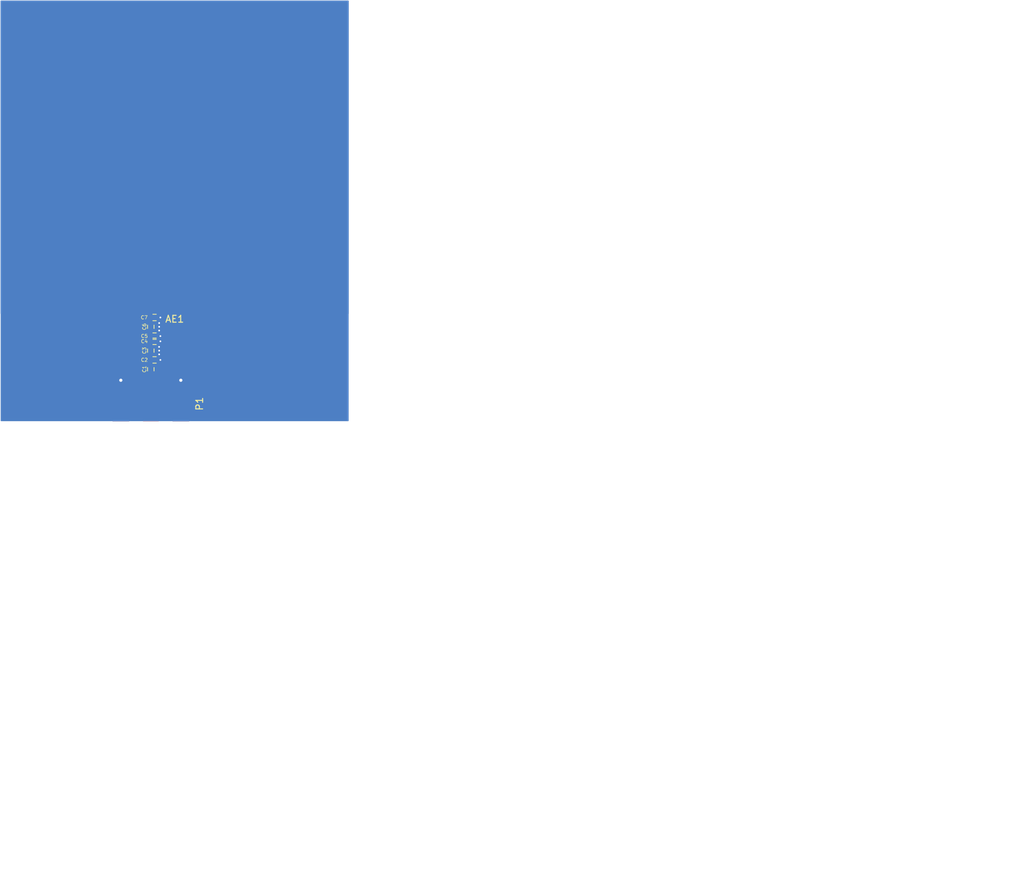
<source format=kicad_pcb>
(kicad_pcb (version 4) (host pcbnew 4.0.5)

  (general
    (links 28)
    (no_connects 0)
    (area 123.063 64.376 272.295714 194.39)
    (thickness 1.6)
    (drawings 7)
    (tracks 18)
    (zones 0)
    (modules 19)
    (nets 6)
  )

  (page A4)
  (layers
    (0 F.Cu signal)
    (31 B.Cu signal)
    (32 B.Adhes user hide)
    (33 F.Adhes user hide)
    (34 B.Paste user hide)
    (35 F.Paste user hide)
    (36 B.SilkS user)
    (37 F.SilkS user)
    (38 B.Mask user)
    (39 F.Mask user)
    (40 Dwgs.User user)
    (41 Cmts.User user)
    (42 Eco1.User user)
    (43 Eco2.User user)
    (44 Edge.Cuts user)
    (45 Margin user)
    (46 B.CrtYd user)
    (47 F.CrtYd user)
    (48 B.Fab user hide)
    (49 F.Fab user hide)
  )

  (setup
    (last_trace_width 0.508)
    (trace_clearance 0.127)
    (zone_clearance 0.1397)
    (zone_45_only yes)
    (trace_min 0.127)
    (segment_width 0.2)
    (edge_width 0.15)
    (via_size 0.508)
    (via_drill 0.254)
    (via_min_size 0.254)
    (via_min_drill 0.254)
    (uvia_size 0.3)
    (uvia_drill 0.1)
    (uvias_allowed no)
    (uvia_min_size 0.2)
    (uvia_min_drill 0.1)
    (pcb_text_width 0.3)
    (pcb_text_size 1.5 1.5)
    (mod_edge_width 0.15)
    (mod_text_size 1 1)
    (mod_text_width 0.15)
    (pad_size 0.356 0.356)
    (pad_drill 0.254)
    (pad_to_mask_clearance 0.2)
    (aux_axis_origin 123.19 127.4318)
    (visible_elements 7FFEFF7F)
    (pcbplotparams
      (layerselection 0x000f0_80000001)
      (usegerberextensions false)
      (excludeedgelayer true)
      (linewidth 0.025400)
      (plotframeref false)
      (viasonmask false)
      (mode 1)
      (useauxorigin true)
      (hpglpennumber 1)
      (hpglpenspeed 20)
      (hpglpendiameter 15)
      (hpglpenoverlay 2)
      (psnegative false)
      (psa4output false)
      (plotreference true)
      (plotvalue true)
      (plotinvisibletext false)
      (padsonsilk false)
      (subtractmaskfromsilk false)
      (outputformat 1)
      (mirror false)
      (drillshape 0)
      (scaleselection 1)
      (outputdirectory artwork/))
  )

  (net 0 "")
  (net 1 GND)
  (net 2 /SIG)
  (net 3 "Net-(C1-Pad1)")
  (net 4 "Net-(C1-Pad2)")
  (net 5 "Net-(C3-Pad2)")

  (net_class Default "This is the default net class."
    (clearance 0.127)
    (trace_width 0.508)
    (via_dia 0.508)
    (via_drill 0.254)
    (uvia_dia 0.3)
    (uvia_drill 0.1)
    (add_net /SIG)
    (add_net GND)
    (add_net "Net-(C1-Pad1)")
    (add_net "Net-(C1-Pad2)")
    (add_net "Net-(C3-Pad2)")
  )

  (module Capacitors_SMD:C_0402 (layer F.Cu) (tedit 58E4920E) (tstamp 58E48F99)
    (at 145.6563 115.0112)
    (descr "Capacitor SMD 0402, reflow soldering, AVX (see smccp.pdf)")
    (tags "capacitor 0402")
    (path /58E5875E)
    (attr smd)
    (fp_text reference C5 (at -1.4859 0) (layer F.SilkS)
      (effects (font (size 0.508 0.508) (thickness 0.0762)))
    )
    (fp_text value C_Small (at 0 1.27) (layer F.Fab)
      (effects (font (size 1 1) (thickness 0.15)))
    )
    (fp_text user %R (at 0 -1.27) (layer F.Fab)
      (effects (font (size 1 1) (thickness 0.15)))
    )
    (fp_line (start -0.5 0.25) (end -0.5 -0.25) (layer F.Fab) (width 0.1))
    (fp_line (start 0.5 0.25) (end -0.5 0.25) (layer F.Fab) (width 0.1))
    (fp_line (start 0.5 -0.25) (end 0.5 0.25) (layer F.Fab) (width 0.1))
    (fp_line (start -0.5 -0.25) (end 0.5 -0.25) (layer F.Fab) (width 0.1))
    (fp_line (start 0.25 -0.47) (end -0.25 -0.47) (layer F.SilkS) (width 0.12))
    (fp_line (start -0.25 0.47) (end 0.25 0.47) (layer F.SilkS) (width 0.12))
    (fp_line (start -1 -0.4) (end 1 -0.4) (layer F.CrtYd) (width 0.05))
    (fp_line (start -1 -0.4) (end -1 0.4) (layer F.CrtYd) (width 0.05))
    (fp_line (start 1 0.4) (end 1 -0.4) (layer F.CrtYd) (width 0.05))
    (fp_line (start 1 0.4) (end -1 0.4) (layer F.CrtYd) (width 0.05))
    (pad 1 smd rect (at -0.55 0) (size 0.6 0.5) (layers F.Cu F.Paste F.Mask)
      (net 5 "Net-(C3-Pad2)"))
    (pad 2 smd rect (at 0.55 0) (size 0.6 0.5) (layers F.Cu F.Paste F.Mask)
      (net 1 GND))
    (model Capacitors_SMD.3dshapes/C_0402.wrl
      (at (xyz 0 0 0))
      (scale (xyz 1 1 1))
      (rotate (xyz 0 0 0))
    )
  )

  (module Antennas:Patch_Antenna_2.4GHz (layer F.Cu) (tedit 58E48850) (tstamp 58E48F7B)
    (at 148.59 88.9)
    (descr "2.4GHz Patch Antenna")
    (tags "antenna patch 2.4")
    (path /58E57C0B)
    (fp_text reference AE1 (at 0 23.622) (layer F.SilkS)
      (effects (font (size 1 1) (thickness 0.15)))
    )
    (fp_text value Antenna_Shield (at 0 -23.622) (layer F.Fab)
      (effects (font (size 1 1) (thickness 0.15)))
    )
    (pad 2 smd rect (at 0 0) (size 50.8 45.72) (layers B.Cu)
      (net 1 GND))
    (pad 1 smd rect (at 0 0) (size 34.925 30.48) (layers F.Cu)
      (net 2 /SIG))
  )

  (module Capacitors_SMD:C_0402 (layer F.Cu) (tedit 58E49238) (tstamp 58E48F81)
    (at 145.1102 119.8499 90)
    (descr "Capacitor SMD 0402, reflow soldering, AVX (see smccp.pdf)")
    (tags "capacitor 0402")
    (path /58E58397)
    (attr smd)
    (fp_text reference C1 (at 0.0127 -0.9398 90) (layer F.SilkS)
      (effects (font (size 0.508 0.508) (thickness 0.0762)))
    )
    (fp_text value C_Small (at 0 1.27 90) (layer F.Fab)
      (effects (font (size 1 1) (thickness 0.15)))
    )
    (fp_text user %R (at 0 -1.27 90) (layer F.Fab)
      (effects (font (size 1 1) (thickness 0.15)))
    )
    (fp_line (start -0.5 0.25) (end -0.5 -0.25) (layer F.Fab) (width 0.1))
    (fp_line (start 0.5 0.25) (end -0.5 0.25) (layer F.Fab) (width 0.1))
    (fp_line (start 0.5 -0.25) (end 0.5 0.25) (layer F.Fab) (width 0.1))
    (fp_line (start -0.5 -0.25) (end 0.5 -0.25) (layer F.Fab) (width 0.1))
    (fp_line (start 0.25 -0.47) (end -0.25 -0.47) (layer F.SilkS) (width 0.12))
    (fp_line (start -0.25 0.47) (end 0.25 0.47) (layer F.SilkS) (width 0.12))
    (fp_line (start -1 -0.4) (end 1 -0.4) (layer F.CrtYd) (width 0.05))
    (fp_line (start -1 -0.4) (end -1 0.4) (layer F.CrtYd) (width 0.05))
    (fp_line (start 1 0.4) (end 1 -0.4) (layer F.CrtYd) (width 0.05))
    (fp_line (start 1 0.4) (end -1 0.4) (layer F.CrtYd) (width 0.05))
    (pad 1 smd rect (at -0.55 0 90) (size 0.6 0.5) (layers F.Cu F.Paste F.Mask)
      (net 3 "Net-(C1-Pad1)"))
    (pad 2 smd rect (at 0.55 0 90) (size 0.6 0.5) (layers F.Cu F.Paste F.Mask)
      (net 4 "Net-(C1-Pad2)"))
    (model Capacitors_SMD.3dshapes/C_0402.wrl
      (at (xyz 0 0 0))
      (scale (xyz 1 1 1))
      (rotate (xyz 0 0 0))
    )
  )

  (module Capacitors_SMD:C_0402 (layer F.Cu) (tedit 58E49231) (tstamp 58E48F87)
    (at 145.6563 118.491)
    (descr "Capacitor SMD 0402, reflow soldering, AVX (see smccp.pdf)")
    (tags "capacitor 0402")
    (path /58E583D2)
    (attr smd)
    (fp_text reference C2 (at -1.4859 0) (layer F.SilkS)
      (effects (font (size 0.508 0.508) (thickness 0.0762)))
    )
    (fp_text value C_Small (at 0 1.27) (layer F.Fab)
      (effects (font (size 1 1) (thickness 0.15)))
    )
    (fp_text user %R (at 0 -1.27) (layer F.Fab)
      (effects (font (size 1 1) (thickness 0.15)))
    )
    (fp_line (start -0.5 0.25) (end -0.5 -0.25) (layer F.Fab) (width 0.1))
    (fp_line (start 0.5 0.25) (end -0.5 0.25) (layer F.Fab) (width 0.1))
    (fp_line (start 0.5 -0.25) (end 0.5 0.25) (layer F.Fab) (width 0.1))
    (fp_line (start -0.5 -0.25) (end 0.5 -0.25) (layer F.Fab) (width 0.1))
    (fp_line (start 0.25 -0.47) (end -0.25 -0.47) (layer F.SilkS) (width 0.12))
    (fp_line (start -0.25 0.47) (end 0.25 0.47) (layer F.SilkS) (width 0.12))
    (fp_line (start -1 -0.4) (end 1 -0.4) (layer F.CrtYd) (width 0.05))
    (fp_line (start -1 -0.4) (end -1 0.4) (layer F.CrtYd) (width 0.05))
    (fp_line (start 1 0.4) (end 1 -0.4) (layer F.CrtYd) (width 0.05))
    (fp_line (start 1 0.4) (end -1 0.4) (layer F.CrtYd) (width 0.05))
    (pad 1 smd rect (at -0.55 0) (size 0.6 0.5) (layers F.Cu F.Paste F.Mask)
      (net 4 "Net-(C1-Pad2)"))
    (pad 2 smd rect (at 0.55 0) (size 0.6 0.5) (layers F.Cu F.Paste F.Mask)
      (net 1 GND))
    (model Capacitors_SMD.3dshapes/C_0402.wrl
      (at (xyz 0 0 0))
      (scale (xyz 1 1 1))
      (rotate (xyz 0 0 0))
    )
  )

  (module Capacitors_SMD:C_0402 (layer F.Cu) (tedit 58E4922B) (tstamp 58E48F8D)
    (at 145.1102 117.1321 90)
    (descr "Capacitor SMD 0402, reflow soldering, AVX (see smccp.pdf)")
    (tags "capacitor 0402")
    (path /58E58447)
    (attr smd)
    (fp_text reference C3 (at 0.0127 -0.9398 90) (layer F.SilkS)
      (effects (font (size 0.508 0.508) (thickness 0.0762)))
    )
    (fp_text value C_Small (at 0 1.27 90) (layer F.Fab)
      (effects (font (size 1 1) (thickness 0.15)))
    )
    (fp_text user %R (at 0 -1.27 90) (layer F.Fab)
      (effects (font (size 1 1) (thickness 0.15)))
    )
    (fp_line (start -0.5 0.25) (end -0.5 -0.25) (layer F.Fab) (width 0.1))
    (fp_line (start 0.5 0.25) (end -0.5 0.25) (layer F.Fab) (width 0.1))
    (fp_line (start 0.5 -0.25) (end 0.5 0.25) (layer F.Fab) (width 0.1))
    (fp_line (start -0.5 -0.25) (end 0.5 -0.25) (layer F.Fab) (width 0.1))
    (fp_line (start 0.25 -0.47) (end -0.25 -0.47) (layer F.SilkS) (width 0.12))
    (fp_line (start -0.25 0.47) (end 0.25 0.47) (layer F.SilkS) (width 0.12))
    (fp_line (start -1 -0.4) (end 1 -0.4) (layer F.CrtYd) (width 0.05))
    (fp_line (start -1 -0.4) (end -1 0.4) (layer F.CrtYd) (width 0.05))
    (fp_line (start 1 0.4) (end 1 -0.4) (layer F.CrtYd) (width 0.05))
    (fp_line (start 1 0.4) (end -1 0.4) (layer F.CrtYd) (width 0.05))
    (pad 1 smd rect (at -0.55 0 90) (size 0.6 0.5) (layers F.Cu F.Paste F.Mask)
      (net 4 "Net-(C1-Pad2)"))
    (pad 2 smd rect (at 0.55 0 90) (size 0.6 0.5) (layers F.Cu F.Paste F.Mask)
      (net 5 "Net-(C3-Pad2)"))
    (model Capacitors_SMD.3dshapes/C_0402.wrl
      (at (xyz 0 0 0))
      (scale (xyz 1 1 1))
      (rotate (xyz 0 0 0))
    )
  )

  (module Capacitors_SMD:C_0402 (layer F.Cu) (tedit 58E49220) (tstamp 58E48F93)
    (at 145.6563 115.7732)
    (descr "Capacitor SMD 0402, reflow soldering, AVX (see smccp.pdf)")
    (tags "capacitor 0402")
    (path /58E585FB)
    (attr smd)
    (fp_text reference C4 (at -1.4859 0) (layer F.SilkS)
      (effects (font (size 0.508 0.508) (thickness 0.0762)))
    )
    (fp_text value C_Small (at 0 1.27) (layer F.Fab)
      (effects (font (size 1 1) (thickness 0.15)))
    )
    (fp_text user %R (at 0 -1.27) (layer F.Fab)
      (effects (font (size 1 1) (thickness 0.15)))
    )
    (fp_line (start -0.5 0.25) (end -0.5 -0.25) (layer F.Fab) (width 0.1))
    (fp_line (start 0.5 0.25) (end -0.5 0.25) (layer F.Fab) (width 0.1))
    (fp_line (start 0.5 -0.25) (end 0.5 0.25) (layer F.Fab) (width 0.1))
    (fp_line (start -0.5 -0.25) (end 0.5 -0.25) (layer F.Fab) (width 0.1))
    (fp_line (start 0.25 -0.47) (end -0.25 -0.47) (layer F.SilkS) (width 0.12))
    (fp_line (start -0.25 0.47) (end 0.25 0.47) (layer F.SilkS) (width 0.12))
    (fp_line (start -1 -0.4) (end 1 -0.4) (layer F.CrtYd) (width 0.05))
    (fp_line (start -1 -0.4) (end -1 0.4) (layer F.CrtYd) (width 0.05))
    (fp_line (start 1 0.4) (end 1 -0.4) (layer F.CrtYd) (width 0.05))
    (fp_line (start 1 0.4) (end -1 0.4) (layer F.CrtYd) (width 0.05))
    (pad 1 smd rect (at -0.55 0) (size 0.6 0.5) (layers F.Cu F.Paste F.Mask)
      (net 5 "Net-(C3-Pad2)"))
    (pad 2 smd rect (at 0.55 0) (size 0.6 0.5) (layers F.Cu F.Paste F.Mask)
      (net 1 GND))
    (model Capacitors_SMD.3dshapes/C_0402.wrl
      (at (xyz 0 0 0))
      (scale (xyz 1 1 1))
      (rotate (xyz 0 0 0))
    )
  )

  (module Capacitors_SMD:C_0402 (layer F.Cu) (tedit 58E49219) (tstamp 58E48F9F)
    (at 145.1102 113.6523 90)
    (descr "Capacitor SMD 0402, reflow soldering, AVX (see smccp.pdf)")
    (tags "capacitor 0402")
    (path /58E58764)
    (attr smd)
    (fp_text reference C6 (at 0.0127 -0.9398 90) (layer F.SilkS)
      (effects (font (size 0.508 0.508) (thickness 0.0762)))
    )
    (fp_text value C_Small (at 0 1.27 90) (layer F.Fab)
      (effects (font (size 1 1) (thickness 0.15)))
    )
    (fp_text user %R (at 0 -1.27 90) (layer F.Fab)
      (effects (font (size 1 1) (thickness 0.15)))
    )
    (fp_line (start -0.5 0.25) (end -0.5 -0.25) (layer F.Fab) (width 0.1))
    (fp_line (start 0.5 0.25) (end -0.5 0.25) (layer F.Fab) (width 0.1))
    (fp_line (start 0.5 -0.25) (end 0.5 0.25) (layer F.Fab) (width 0.1))
    (fp_line (start -0.5 -0.25) (end 0.5 -0.25) (layer F.Fab) (width 0.1))
    (fp_line (start 0.25 -0.47) (end -0.25 -0.47) (layer F.SilkS) (width 0.12))
    (fp_line (start -0.25 0.47) (end 0.25 0.47) (layer F.SilkS) (width 0.12))
    (fp_line (start -1 -0.4) (end 1 -0.4) (layer F.CrtYd) (width 0.05))
    (fp_line (start -1 -0.4) (end -1 0.4) (layer F.CrtYd) (width 0.05))
    (fp_line (start 1 0.4) (end 1 -0.4) (layer F.CrtYd) (width 0.05))
    (fp_line (start 1 0.4) (end -1 0.4) (layer F.CrtYd) (width 0.05))
    (pad 1 smd rect (at -0.55 0 90) (size 0.6 0.5) (layers F.Cu F.Paste F.Mask)
      (net 5 "Net-(C3-Pad2)"))
    (pad 2 smd rect (at 0.55 0 90) (size 0.6 0.5) (layers F.Cu F.Paste F.Mask)
      (net 2 /SIG))
    (model Capacitors_SMD.3dshapes/C_0402.wrl
      (at (xyz 0 0 0))
      (scale (xyz 1 1 1))
      (rotate (xyz 0 0 0))
    )
  )

  (module Capacitors_SMD:C_0402 (layer F.Cu) (tedit 58E491FF) (tstamp 58E48FA5)
    (at 145.6563 112.2934)
    (descr "Capacitor SMD 0402, reflow soldering, AVX (see smccp.pdf)")
    (tags "capacitor 0402")
    (path /58E5876A)
    (attr smd)
    (fp_text reference C7 (at -1.5113 0) (layer F.SilkS)
      (effects (font (size 0.508 0.508) (thickness 0.0762)))
    )
    (fp_text value C_Small (at 0 1.27) (layer F.Fab)
      (effects (font (size 1 1) (thickness 0.15)))
    )
    (fp_text user %R (at 0 -1.27) (layer F.Fab)
      (effects (font (size 1 1) (thickness 0.15)))
    )
    (fp_line (start -0.5 0.25) (end -0.5 -0.25) (layer F.Fab) (width 0.1))
    (fp_line (start 0.5 0.25) (end -0.5 0.25) (layer F.Fab) (width 0.1))
    (fp_line (start 0.5 -0.25) (end 0.5 0.25) (layer F.Fab) (width 0.1))
    (fp_line (start -0.5 -0.25) (end 0.5 -0.25) (layer F.Fab) (width 0.1))
    (fp_line (start 0.25 -0.47) (end -0.25 -0.47) (layer F.SilkS) (width 0.12))
    (fp_line (start -0.25 0.47) (end 0.25 0.47) (layer F.SilkS) (width 0.12))
    (fp_line (start -1 -0.4) (end 1 -0.4) (layer F.CrtYd) (width 0.05))
    (fp_line (start -1 -0.4) (end -1 0.4) (layer F.CrtYd) (width 0.05))
    (fp_line (start 1 0.4) (end 1 -0.4) (layer F.CrtYd) (width 0.05))
    (fp_line (start 1 0.4) (end -1 0.4) (layer F.CrtYd) (width 0.05))
    (pad 1 smd rect (at -0.55 0) (size 0.6 0.5) (layers F.Cu F.Paste F.Mask)
      (net 2 /SIG))
    (pad 2 smd rect (at 0.55 0) (size 0.6 0.5) (layers F.Cu F.Paste F.Mask)
      (net 1 GND))
    (model Capacitors_SMD.3dshapes/C_0402.wrl
      (at (xyz 0 0 0))
      (scale (xyz 1 1 1))
      (rotate (xyz 0 0 0))
    )
  )

  (module Misc:Molex_SMA_Jack_Edge_Mount (layer F.Cu) (tedit 58CB59F0) (tstamp 58E48FC6)
    (at 145.1102 123.1773 90)
    (descr http://www.molex.com/pdm_docs/sd/732511150_sd.pdf)
    (tags "Molex SMA Edge")
    (path /58A4C75B)
    (attr smd)
    (fp_text reference P1 (at -1.72 7.11 90) (layer F.SilkS)
      (effects (font (size 1 1) (thickness 0.15)))
    )
    (fp_text value SMA (at -1.72 -7.11 90) (layer F.Fab)
      (effects (font (size 1 1) (thickness 0.15)))
    )
    (fp_line (start -4.76 -0.38) (end 0.49 -0.38) (layer F.Fab) (width 0.1))
    (fp_line (start -4.76 0.38) (end 0.49 0.38) (layer F.Fab) (width 0.1))
    (fp_line (start 0.49 -0.38) (end 0.49 0.38) (layer F.Fab) (width 0.1))
    (fp_line (start 0.49 3.75) (end 0.49 4.76) (layer F.Fab) (width 0.1))
    (fp_line (start 0.49 -4.76) (end 0.49 -3.75) (layer F.Fab) (width 0.1))
    (fp_line (start -14.29 -6.09) (end -14.29 6.09) (layer F.CrtYd) (width 0.05))
    (fp_line (start -14.29 6.09) (end 2.71 6.09) (layer F.CrtYd) (width 0.05))
    (fp_line (start 2.71 -6.09) (end 2.71 6.09) (layer B.CrtYd) (width 0.05))
    (fp_line (start -14.29 -6.09) (end 2.71 -6.09) (layer B.CrtYd) (width 0.05))
    (fp_line (start -14.29 -6.09) (end -14.29 6.09) (layer B.CrtYd) (width 0.05))
    (fp_line (start -14.29 6.09) (end 2.71 6.09) (layer B.CrtYd) (width 0.05))
    (fp_line (start 2.71 -6.09) (end 2.71 6.09) (layer F.CrtYd) (width 0.05))
    (fp_line (start 2.71 -6.09) (end -14.29 -6.09) (layer F.CrtYd) (width 0.05))
    (fp_line (start -4.76 -3.75) (end 0.49 -3.75) (layer F.Fab) (width 0.1))
    (fp_line (start -4.76 3.75) (end 0.49 3.75) (layer F.Fab) (width 0.1))
    (fp_line (start -13.79 -2.65) (end -5.91 -2.65) (layer F.Fab) (width 0.1))
    (fp_line (start -13.79 -2.65) (end -13.79 2.65) (layer F.Fab) (width 0.1))
    (fp_line (start -13.79 2.65) (end -5.91 2.65) (layer F.Fab) (width 0.1))
    (fp_line (start -4.76 -3.75) (end -4.76 3.75) (layer F.Fab) (width 0.1))
    (fp_line (start 0.49 -4.76) (end -5.91 -4.76) (layer F.Fab) (width 0.1))
    (fp_line (start -5.91 -4.76) (end -5.91 4.76) (layer F.Fab) (width 0.1))
    (fp_line (start -5.91 4.76) (end 0.49 4.76) (layer F.Fab) (width 0.1))
    (pad 1 smd rect (at -1.72 0 90) (size 5.08 2.29) (layers F.Cu F.Paste F.Mask)
      (net 3 "Net-(C1-Pad1)"))
    (pad 2 smd rect (at -1.02 -4.38 90) (size 6.48 2.42) (layers F.Cu F.Paste F.Mask)
      (net 1 GND))
    (pad 2 smd rect (at -1.02 4.38 90) (size 6.48 2.42) (layers F.Cu F.Paste F.Mask)
      (net 1 GND))
    (pad 2 smd rect (at -1.02 -4.38 90) (size 6.48 2.42) (layers B.Cu B.Paste B.Mask)
      (net 1 GND))
    (pad 2 smd rect (at -1.02 4.38 90) (size 6.48 2.42) (layers B.Cu B.Paste B.Mask)
      (net 1 GND))
    (pad 2 thru_hole circle (at 1.72 -4.38 90) (size 0.97 0.97) (drill 0.46) (layers *.Cu)
      (net 1 GND) (zone_connect 2))
    (pad 2 thru_hole circle (at 1.72 4.38 90) (size 0.97 0.97) (drill 0.46) (layers *.Cu)
      (net 1 GND) (zone_connect 2))
  )

  (module Misc:Via_Stitch_Dia0.508mm_Drill0.254mm (layer F.Cu) (tedit 58E4981E) (tstamp 58E49944)
    (at 146.5072 112.2934)
    (fp_text reference REF** (at 0 0.889) (layer F.SilkS) hide
      (effects (font (size 1 1) (thickness 0.15)))
    )
    (fp_text value Via_Stitch_Dia0.508mm_Drill0.254mm (at 0 -0.889) (layer F.Fab)
      (effects (font (size 1 1) (thickness 0.15)))
    )
    (pad 1 thru_hole circle (at 0 0) (size 0.508 0.508) (drill 0.254) (layers *.Cu)
      (net 1 GND) (zone_connect 2))
  )

  (module Misc:Via_Stitch_Dia0.508mm_Drill0.254mm (layer F.Cu) (tedit 58E49816) (tstamp 58E49956)
    (at 146.5072 115.7732)
    (fp_text reference REF** (at 0 0.889) (layer F.SilkS) hide
      (effects (font (size 1 1) (thickness 0.15)))
    )
    (fp_text value Via_Stitch_Dia0.508mm_Drill0.254mm (at 0 -0.889) (layer F.Fab)
      (effects (font (size 1 1) (thickness 0.15)))
    )
    (pad 1 thru_hole circle (at 0 0) (size 0.508 0.508) (drill 0.254) (layers *.Cu)
      (net 1 GND) (zone_connect 2))
  )

  (module Misc:Via_Stitch_Dia0.508mm_Drill0.254mm (layer F.Cu) (tedit 58E4981A) (tstamp 58E49961)
    (at 146.5072 115.0112)
    (fp_text reference REF** (at 0 0.889) (layer F.SilkS) hide
      (effects (font (size 1 1) (thickness 0.15)))
    )
    (fp_text value Via_Stitch_Dia0.508mm_Drill0.254mm (at 0 -0.889) (layer F.Fab)
      (effects (font (size 1 1) (thickness 0.15)))
    )
    (pad 1 thru_hole circle (at 0 0) (size 0.508 0.508) (drill 0.254) (layers *.Cu)
      (net 1 GND) (zone_connect 2))
  )

  (module Misc:Via_Stitch_Dia0.508mm_Drill0.254mm (layer F.Cu) (tedit 58E497E4) (tstamp 58E4996A)
    (at 146.5072 118.491)
    (fp_text reference REF** (at 0 0.889) (layer F.SilkS) hide
      (effects (font (size 1 1) (thickness 0.15)))
    )
    (fp_text value Via_Stitch_Dia0.508mm_Drill0.254mm (at 0 -0.889) (layer F.Fab)
      (effects (font (size 1 1) (thickness 0.15)))
    )
    (pad 1 thru_hole circle (at 0 0) (size 0.508 0.508) (drill 0.254) (layers *.Cu)
      (net 1 GND) (zone_connect 2))
  )

  (module Misc:Via_Stitch_Dia0.356mm_Drill0.254mm (layer F.Cu) (tedit 58E49905) (tstamp 58E499B5)
    (at 146.3294 113.1062)
    (fp_text reference REF** (at 0 0.889) (layer F.SilkS) hide
      (effects (font (size 1 1) (thickness 0.15)))
    )
    (fp_text value Via_Stitch_Dia0.356mm_Drill0.254mm (at 0 -0.889) (layer F.Fab)
      (effects (font (size 1 1) (thickness 0.15)))
    )
    (pad 1 thru_hole circle (at 0 0) (size 0.356 0.356) (drill 0.254) (layers *.Cu)
      (net 1 GND) (zone_connect 2))
  )

  (module Misc:Via_Stitch_Dia0.356mm_Drill0.254mm (layer F.Cu) (tedit 58E4990C) (tstamp 58E499BE)
    (at 146.3294 114.1984)
    (fp_text reference REF** (at 0 0.889) (layer F.SilkS) hide
      (effects (font (size 1 1) (thickness 0.15)))
    )
    (fp_text value Via_Stitch_Dia0.356mm_Drill0.254mm (at 0 -0.889) (layer F.Fab)
      (effects (font (size 1 1) (thickness 0.15)))
    )
    (pad 1 thru_hole circle (at 0 0) (size 0.356 0.356) (drill 0.254) (layers *.Cu)
      (net 1 GND) (zone_connect 2))
  )

  (module Misc:Via_Stitch_Dia0.356mm_Drill0.254mm (layer F.Cu) (tedit 58E4990A) (tstamp 58E499E1)
    (at 146.3294 113.6523)
    (fp_text reference REF** (at 0 0.889) (layer F.SilkS) hide
      (effects (font (size 1 1) (thickness 0.15)))
    )
    (fp_text value Via_Stitch_Dia0.356mm_Drill0.254mm (at 0 -0.889) (layer F.Fab)
      (effects (font (size 1 1) (thickness 0.15)))
    )
    (pad 1 thru_hole circle (at 0 0) (size 0.356 0.356) (drill 0.254) (layers *.Cu)
      (net 1 GND) (zone_connect 2))
  )

  (module Misc:Via_Stitch_Dia0.356mm_Drill0.254mm (layer F.Cu) (tedit 58E49997) (tstamp 58E499FA)
    (at 146.3167 116.586)
    (fp_text reference REF** (at 0 0.889) (layer F.SilkS) hide
      (effects (font (size 1 1) (thickness 0.15)))
    )
    (fp_text value Via_Stitch_Dia0.356mm_Drill0.254mm (at 0 -0.889) (layer F.Fab)
      (effects (font (size 1 1) (thickness 0.15)))
    )
    (pad 1 thru_hole circle (at 0 0) (size 0.356 0.356) (drill 0.254) (layers *.Cu)
      (net 1 GND) (zone_connect 2))
  )

  (module Misc:Via_Stitch_Dia0.356mm_Drill0.254mm (layer F.Cu) (tedit 58E49994) (tstamp 58E49A03)
    (at 146.3294 117.6782)
    (fp_text reference REF** (at 0 0.889) (layer F.SilkS) hide
      (effects (font (size 1 1) (thickness 0.15)))
    )
    (fp_text value Via_Stitch_Dia0.356mm_Drill0.254mm (at 0 -0.889) (layer F.Fab)
      (effects (font (size 1 1) (thickness 0.15)))
    )
    (pad 1 thru_hole circle (at 0 0) (size 0.356 0.356) (drill 0.254) (layers *.Cu)
      (net 1 GND) (zone_connect 2))
  )

  (module Misc:Via_Stitch_Dia0.356mm_Drill0.254mm (layer F.Cu) (tedit 58E49990) (tstamp 58E49A1D)
    (at 146.3294 117.1321)
    (fp_text reference REF** (at 0 0.889) (layer F.SilkS) hide
      (effects (font (size 1 1) (thickness 0.15)))
    )
    (fp_text value Via_Stitch_Dia0.356mm_Drill0.254mm (at 0 -0.889) (layer F.Fab)
      (effects (font (size 1 1) (thickness 0.15)))
    )
    (pad 1 thru_hole circle (at 0 0) (size 0.356 0.356) (drill 0.254) (layers *.Cu)
      (net 1 GND) (zone_connect 2))
  )

  (gr_line (start 123.19 127.4318) (end 123.19 66.04) (angle 90) (layer Margin) (width 0.2))
  (gr_line (start 173.99 127.4318) (end 123.19 127.4318) (angle 90) (layer Margin) (width 0.2))
  (gr_line (start 173.99 66.04) (end 173.99 127.4318) (angle 90) (layer Margin) (width 0.2))
  (gr_line (start 123.19 66.04) (end 173.99 66.04) (angle 90) (layer Margin) (width 0.2))
  (gr_text 0.1 (at 270.51 193.04) (layer Cmts.User)
    (effects (font (size 1.5 1.5) (thickness 0.3)))
  )
  (gr_text "April 4, 2017" (at 214.63 193.04) (layer Cmts.User)
    (effects (font (size 1.5 1.5) (thickness 0.3)))
  )
  (gr_text "Patch Match Test Board" (at 200.66 189.23) (layer Cmts.User)
    (effects (font (size 1.5 1.5) (thickness 0.3)))
  )

  (segment (start 146.2063 112.2934) (end 146.5072 112.2934) (width 0.508) (layer F.Cu) (net 1))
  (segment (start 146.2063 118.491) (end 146.5072 118.491) (width 0.508) (layer F.Cu) (net 1))
  (segment (start 146.2063 115.7732) (end 146.5072 115.7732) (width 0.508) (layer F.Cu) (net 1))
  (segment (start 146.2063 115.0112) (end 146.5072 115.0112) (width 0.508) (layer F.Cu) (net 1))
  (segment (start 145.1063 112.2934) (end 145.1063 92.3837) (width 0.508) (layer F.Cu) (net 2))
  (segment (start 145.1063 92.3837) (end 148.59 88.9) (width 0.508) (layer F.Cu) (net 2) (tstamp 58E49580))
  (segment (start 145.1063 112.2934) (end 145.1063 113.0984) (width 0.508) (layer F.Cu) (net 2))
  (segment (start 145.1063 113.0984) (end 145.1102 113.1023) (width 0.508) (layer F.Cu) (net 2) (tstamp 58E4957D))
  (segment (start 145.1102 124.8973) (end 145.1102 120.3999) (width 0.508) (layer F.Cu) (net 3))
  (segment (start 145.1063 118.491) (end 145.1063 117.686) (width 0.508) (layer F.Cu) (net 4))
  (segment (start 145.1063 117.686) (end 145.1102 117.6821) (width 0.508) (layer F.Cu) (net 4) (tstamp 58E49570))
  (segment (start 145.1102 119.2999) (end 145.1102 118.4949) (width 0.508) (layer F.Cu) (net 4))
  (segment (start 145.1102 118.4949) (end 145.1063 118.491) (width 0.508) (layer F.Cu) (net 4) (tstamp 58E4956D))
  (segment (start 145.1063 115.7732) (end 145.1063 115.0112) (width 0.508) (layer F.Cu) (net 5))
  (segment (start 145.1102 114.2023) (end 145.1102 115.0073) (width 0.508) (layer F.Cu) (net 5))
  (segment (start 145.1102 115.0073) (end 145.1063 115.0112) (width 0.508) (layer F.Cu) (net 5) (tstamp 58E49578))
  (segment (start 145.1102 116.5821) (end 145.1102 115.7771) (width 0.508) (layer F.Cu) (net 5))
  (segment (start 145.1102 115.7771) (end 145.1063 115.7732) (width 0.508) (layer F.Cu) (net 5) (tstamp 58E49573))

  (zone (net 1) (net_name GND) (layer B.Cu) (tstamp 58E49585) (hatch edge 0.508)
    (connect_pads thru_hole_only (clearance 0.1397))
    (min_thickness 0.1397)
    (fill yes (arc_segments 32) (thermal_gap 0.508) (thermal_bridge_width 0.508))
    (polygon
      (pts
        (xy 173.99 127.4318) (xy 123.19 127.4318) (xy 123.19 66.04) (xy 173.99 66.04)
      )
    )
    (filled_polygon
      (pts
        (xy 173.92015 127.36195) (xy 123.25985 127.36195) (xy 123.25985 66.10985) (xy 173.92015 66.10985)
      )
    )
  )
  (zone (net 1) (net_name GND) (layer F.Cu) (tstamp 58E497CE) (hatch edge 0.508)
    (connect_pads thru_hole_only (clearance 0.1397))
    (min_thickness 0.1397)
    (fill yes (arc_segments 32) (thermal_gap 0.508) (thermal_bridge_width 0.508))
    (polygon
      (pts
        (xy 146.7612 118.872) (xy 145.9103 118.872) (xy 145.9103 111.9124) (xy 146.7612 111.9124)
      )
    )
    (filled_polygon
      (pts
        (xy 146.69135 118.80215) (xy 145.98015 118.80215) (xy 145.98015 111.98225) (xy 146.69135 111.98225)
      )
    )
  )
)

</source>
